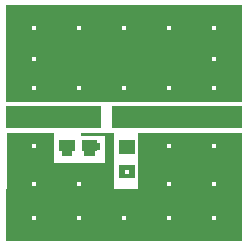
<source format=gbr>
%FSLAX32Y32*%
%MOMM*%
%LNKUPFERSEITE1*%
G71*
G01*
%ADD10C, 1.00*%
%ADD11C, 0.09*%
%ADD12C, 0.40*%
%LPD*%
G36*
X794Y831D02*
X794Y771D01*
X714Y771D01*
X714Y831D01*
X794Y831D01*
G37*
G36*
X1040Y831D02*
X1040Y771D01*
X960Y771D01*
X960Y831D01*
X1040Y831D01*
G37*
G36*
X6Y1344D02*
X406Y1344D01*
X406Y1244D01*
X6Y1244D01*
X6Y1344D01*
G37*
G36*
X6Y844D02*
X406Y844D01*
X406Y744D01*
X6Y744D01*
X6Y844D01*
G37*
G36*
X6Y1098D02*
X406Y1098D01*
X406Y998D01*
X6Y998D01*
X6Y1098D01*
G37*
G36*
X1594Y1344D02*
X1994Y1344D01*
X1994Y1244D01*
X1594Y1244D01*
X1594Y1344D01*
G37*
G36*
X1594Y844D02*
X1994Y844D01*
X1994Y744D01*
X1594Y744D01*
X1594Y844D01*
G37*
G36*
X1594Y1098D02*
X1994Y1098D01*
X1994Y998D01*
X1594Y998D01*
X1594Y1098D01*
G37*
G36*
X0Y1140D02*
X806Y1140D01*
X806Y955D01*
X0Y955D01*
X0Y1140D01*
G37*
G36*
X901Y1140D02*
X2000Y1140D01*
X2000Y955D01*
X901Y955D01*
X901Y1140D01*
G37*
G36*
X0Y1997D02*
X2000Y1997D01*
X2000Y1178D01*
X0Y1178D01*
X0Y1997D01*
G37*
G36*
X0Y438D02*
X2000Y438D01*
X2000Y0D01*
X0Y0D01*
X0Y438D01*
G37*
G36*
X6Y917D02*
X406Y917D01*
X406Y209D01*
X6Y209D01*
X6Y917D01*
G37*
G36*
X1122Y917D02*
X2000Y917D01*
X2000Y209D01*
X1122Y209D01*
X1122Y917D01*
G37*
X1024Y587D02*
G54D10*
D03*
G36*
X581Y1045D02*
X581Y955D01*
X451Y955D01*
X451Y1045D01*
X581Y1045D01*
G37*
G36*
X581Y855D02*
X581Y765D01*
X451Y765D01*
X451Y855D01*
X581Y855D01*
G37*
G36*
X581Y854D02*
X581Y764D01*
X451Y764D01*
X451Y854D01*
X581Y854D01*
G37*
G36*
X581Y664D02*
X581Y574D01*
X451Y574D01*
X451Y664D01*
X581Y664D01*
G37*
G36*
X1089Y624D02*
X1089Y534D01*
X959Y534D01*
X959Y624D01*
X1089Y624D01*
G37*
G36*
X1089Y434D02*
X1089Y344D01*
X959Y344D01*
X959Y434D01*
X1089Y434D01*
G37*
G36*
X751Y721D02*
X661Y721D01*
X661Y851D01*
X751Y851D01*
X751Y721D01*
G37*
G36*
X561Y721D02*
X471Y721D01*
X471Y851D01*
X561Y851D01*
X561Y721D01*
G37*
G36*
X771Y854D02*
X771Y764D01*
X641Y764D01*
X641Y854D01*
X771Y854D01*
G37*
G36*
X771Y664D02*
X771Y574D01*
X641Y574D01*
X641Y664D01*
X771Y664D01*
G37*
G36*
X990Y982D02*
X900Y982D01*
X900Y1112D01*
X990Y1112D01*
X990Y982D01*
G37*
G36*
X800Y983D02*
X710Y982D01*
X710Y1112D01*
X800Y1113D01*
X800Y983D01*
G37*
G36*
X1089Y1045D02*
X1089Y955D01*
X959Y955D01*
X959Y1045D01*
X1089Y1045D01*
G37*
G36*
X1089Y855D02*
X1089Y765D01*
X959Y765D01*
X959Y855D01*
X1089Y855D01*
G37*
G36*
X1089Y831D02*
X1089Y741D01*
X959Y741D01*
X959Y831D01*
X1089Y831D01*
G37*
G36*
X1089Y641D02*
X1089Y551D01*
X959Y551D01*
X959Y641D01*
X1089Y641D01*
G37*
G36*
X319Y662D02*
X919Y662D01*
X919Y262D01*
X319Y262D01*
X319Y662D01*
G37*
G36*
X637Y917D02*
X919Y917D01*
X919Y893D01*
X637Y893D01*
X637Y917D01*
G37*
G36*
X843Y911D02*
X919Y911D01*
X919Y311D01*
X843Y311D01*
X843Y911D01*
G37*
X238Y1294D02*
G54D10*
D03*
X619Y1294D02*
G54D10*
D03*
X1000Y1294D02*
G54D10*
D03*
X1381Y1294D02*
G54D10*
D03*
X1762Y1294D02*
G54D10*
D03*
X238Y801D02*
G54D10*
D03*
X1381Y801D02*
G54D10*
D03*
X1762Y801D02*
G54D10*
D03*
X238Y1802D02*
G54D10*
D03*
X619Y1802D02*
G54D10*
D03*
X1000Y1802D02*
G54D10*
D03*
X1381Y1802D02*
G54D10*
D03*
X1762Y1802D02*
G54D10*
D03*
X238Y198D02*
G54D10*
D03*
X619Y198D02*
G54D10*
D03*
X1000Y198D02*
G54D10*
D03*
X1381Y198D02*
G54D10*
D03*
X1762Y198D02*
G54D10*
D03*
X238Y484D02*
G54D10*
D03*
X1762Y484D02*
G54D10*
D03*
X1381Y484D02*
G54D10*
D03*
X619Y484D02*
G54D10*
D03*
G54D11*
X238Y1294D02*
X619Y1294D01*
X238Y1540D02*
G54D10*
D03*
X1762Y1540D02*
G54D10*
D03*
%LNAUGENFREISTANZEN*%
%LPC*%
X1024Y587D02*
G54D12*
D03*
X238Y1294D02*
G54D12*
D03*
X619Y1294D02*
G54D12*
D03*
X1000Y1294D02*
G54D12*
D03*
X1381Y1294D02*
G54D12*
D03*
X1762Y1294D02*
G54D12*
D03*
X238Y801D02*
G54D12*
D03*
X1381Y801D02*
G54D12*
D03*
X1762Y801D02*
G54D12*
D03*
X238Y1802D02*
G54D12*
D03*
X619Y1802D02*
G54D12*
D03*
X1000Y1802D02*
G54D12*
D03*
X1381Y1802D02*
G54D12*
D03*
X1762Y1802D02*
G54D12*
D03*
X238Y198D02*
G54D12*
D03*
X619Y198D02*
G54D12*
D03*
X1000Y198D02*
G54D12*
D03*
X1381Y198D02*
G54D12*
D03*
X1762Y198D02*
G54D12*
D03*
X238Y484D02*
G54D12*
D03*
X1762Y484D02*
G54D12*
D03*
X1381Y484D02*
G54D12*
D03*
X619Y484D02*
G54D12*
D03*
X238Y1540D02*
G54D12*
D03*
X1762Y1540D02*
G54D12*
D03*
M02*

</source>
